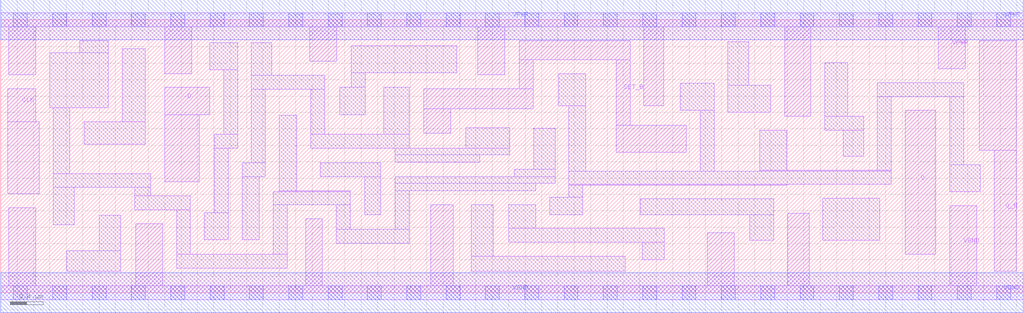
<source format=lef>
# Copyright 2020 The SkyWater PDK Authors
#
# Licensed under the Apache License, Version 2.0 (the "License");
# you may not use this file except in compliance with the License.
# You may obtain a copy of the License at
#
#     https://www.apache.org/licenses/LICENSE-2.0
#
# Unless required by applicable law or agreed to in writing, software
# distributed under the License is distributed on an "AS IS" BASIS,
# WITHOUT WARRANTIES OR CONDITIONS OF ANY KIND, either express or implied.
# See the License for the specific language governing permissions and
# limitations under the License.
#
# SPDX-License-Identifier: Apache-2.0

VERSION 5.7 ;
  NAMESCASESENSITIVE ON ;
  NOWIREEXTENSIONATPIN ON ;
  DIVIDERCHAR "/" ;
  BUSBITCHARS "[]" ;
UNITS
  DATABASE MICRONS 200 ;
END UNITS
MACRO sky130_fd_sc_lp__dfsbp_1
  CLASS CORE ;
  SOURCE USER ;
  FOREIGN sky130_fd_sc_lp__dfsbp_1 ;
  ORIGIN  0.000000  0.000000 ;
  SIZE  12.48000 BY  3.330000 ;
  SYMMETRY X Y R90 ;
  SITE unit ;
  PIN D
    ANTENNAGATEAREA  0.126000 ;
    DIRECTION INPUT ;
    USE SIGNAL ;
    PORT
      LAYER li1 ;
        RECT 2.000000 1.355000 2.425000 2.175000 ;
        RECT 2.000000 2.175000 2.550000 2.505000 ;
    END
  END D
  PIN Q
    ANTENNADIFFAREA  0.556500 ;
    DIRECTION OUTPUT ;
    USE SIGNAL ;
    PORT
      LAYER li1 ;
        RECT 11.040000 0.470000 11.410000 2.225000 ;
    END
  END Q
  PIN Q_N
    ANTENNADIFFAREA  0.556500 ;
    DIRECTION OUTPUT ;
    USE SIGNAL ;
    PORT
      LAYER li1 ;
        RECT 11.940000 1.740000 12.395000 3.075000 ;
        RECT 12.125000 0.260000 12.395000 1.740000 ;
    END
  END Q_N
  PIN SET_B
    ANTENNAGATEAREA  0.252000 ;
    DIRECTION INPUT ;
    USE SIGNAL ;
    PORT
      LAYER li1 ;
        RECT 5.165000 1.945000 5.495000 2.245000 ;
        RECT 5.165000 2.245000 6.500000 2.490000 ;
        RECT 6.330000 2.490000 6.500000 2.845000 ;
        RECT 6.330000 2.845000 7.680000 3.075000 ;
        RECT 7.510000 1.715000 8.365000 2.045000 ;
        RECT 7.510000 2.045000 7.680000 2.845000 ;
    END
  END SET_B
  PIN CLK
    ANTENNAGATEAREA  0.159000 ;
    DIRECTION INPUT ;
    USE CLOCK ;
    PORT
      LAYER li1 ;
        RECT 0.085000 1.210000 0.470000 2.090000 ;
        RECT 0.085000 2.090000 0.430000 2.490000 ;
    END
  END CLK
  PIN VGND
    DIRECTION INOUT ;
    USE GROUND ;
    PORT
      LAYER li1 ;
        RECT  0.000000 -0.085000 12.480000 0.085000 ;
        RECT  0.100000  0.085000  0.430000 1.040000 ;
        RECT  1.645000  0.085000  1.975000 0.845000 ;
        RECT  3.725000  0.085000  3.925000 0.905000 ;
        RECT  5.250000  0.085000  5.520000 1.075000 ;
        RECT  8.620000  0.085000  8.950000 0.730000 ;
        RECT  9.605000  0.085000  9.865000 0.970000 ;
        RECT 11.580000  0.085000 11.910000 1.060000 ;
      LAYER mcon ;
        RECT  0.155000 -0.085000  0.325000 0.085000 ;
        RECT  0.635000 -0.085000  0.805000 0.085000 ;
        RECT  1.115000 -0.085000  1.285000 0.085000 ;
        RECT  1.595000 -0.085000  1.765000 0.085000 ;
        RECT  2.075000 -0.085000  2.245000 0.085000 ;
        RECT  2.555000 -0.085000  2.725000 0.085000 ;
        RECT  3.035000 -0.085000  3.205000 0.085000 ;
        RECT  3.515000 -0.085000  3.685000 0.085000 ;
        RECT  3.995000 -0.085000  4.165000 0.085000 ;
        RECT  4.475000 -0.085000  4.645000 0.085000 ;
        RECT  4.955000 -0.085000  5.125000 0.085000 ;
        RECT  5.435000 -0.085000  5.605000 0.085000 ;
        RECT  5.915000 -0.085000  6.085000 0.085000 ;
        RECT  6.395000 -0.085000  6.565000 0.085000 ;
        RECT  6.875000 -0.085000  7.045000 0.085000 ;
        RECT  7.355000 -0.085000  7.525000 0.085000 ;
        RECT  7.835000 -0.085000  8.005000 0.085000 ;
        RECT  8.315000 -0.085000  8.485000 0.085000 ;
        RECT  8.795000 -0.085000  8.965000 0.085000 ;
        RECT  9.275000 -0.085000  9.445000 0.085000 ;
        RECT  9.755000 -0.085000  9.925000 0.085000 ;
        RECT 10.235000 -0.085000 10.405000 0.085000 ;
        RECT 10.715000 -0.085000 10.885000 0.085000 ;
        RECT 11.195000 -0.085000 11.365000 0.085000 ;
        RECT 11.675000 -0.085000 11.845000 0.085000 ;
        RECT 12.155000 -0.085000 12.325000 0.085000 ;
      LAYER met1 ;
        RECT 0.000000 -0.245000 12.480000 0.245000 ;
    END
  END VGND
  PIN VPWR
    DIRECTION INOUT ;
    USE POWER ;
    PORT
      LAYER li1 ;
        RECT  0.000000 3.245000 12.480000 3.415000 ;
        RECT  0.100000 2.660000  0.430000 3.245000 ;
        RECT  2.000000 2.675000  2.330000 3.245000 ;
        RECT  3.770000 2.825000  4.100000 3.245000 ;
        RECT  5.820000 2.660000  6.150000 3.245000 ;
        RECT  7.850000 2.280000  8.090000 3.245000 ;
        RECT  9.570000 2.155000  9.885000 3.245000 ;
        RECT 11.440000 2.735000 11.770000 3.245000 ;
      LAYER mcon ;
        RECT  0.155000 3.245000  0.325000 3.415000 ;
        RECT  0.635000 3.245000  0.805000 3.415000 ;
        RECT  1.115000 3.245000  1.285000 3.415000 ;
        RECT  1.595000 3.245000  1.765000 3.415000 ;
        RECT  2.075000 3.245000  2.245000 3.415000 ;
        RECT  2.555000 3.245000  2.725000 3.415000 ;
        RECT  3.035000 3.245000  3.205000 3.415000 ;
        RECT  3.515000 3.245000  3.685000 3.415000 ;
        RECT  3.995000 3.245000  4.165000 3.415000 ;
        RECT  4.475000 3.245000  4.645000 3.415000 ;
        RECT  4.955000 3.245000  5.125000 3.415000 ;
        RECT  5.435000 3.245000  5.605000 3.415000 ;
        RECT  5.915000 3.245000  6.085000 3.415000 ;
        RECT  6.395000 3.245000  6.565000 3.415000 ;
        RECT  6.875000 3.245000  7.045000 3.415000 ;
        RECT  7.355000 3.245000  7.525000 3.415000 ;
        RECT  7.835000 3.245000  8.005000 3.415000 ;
        RECT  8.315000 3.245000  8.485000 3.415000 ;
        RECT  8.795000 3.245000  8.965000 3.415000 ;
        RECT  9.275000 3.245000  9.445000 3.415000 ;
        RECT  9.755000 3.245000  9.925000 3.415000 ;
        RECT 10.235000 3.245000 10.405000 3.415000 ;
        RECT 10.715000 3.245000 10.885000 3.415000 ;
        RECT 11.195000 3.245000 11.365000 3.415000 ;
        RECT 11.675000 3.245000 11.845000 3.415000 ;
        RECT 12.155000 3.245000 12.325000 3.415000 ;
      LAYER met1 ;
        RECT 0.000000 3.085000 12.480000 3.575000 ;
    END
  END VPWR
  OBS
    LAYER li1 ;
      RECT  0.600000 2.260000  1.315000 2.930000 ;
      RECT  0.640000 0.830000  0.900000 1.285000 ;
      RECT  0.640000 1.285000  1.830000 1.455000 ;
      RECT  0.640000 1.455000  0.840000 2.260000 ;
      RECT  0.805000 0.265000  1.465000 0.515000 ;
      RECT  0.965000 2.930000  1.315000 3.075000 ;
      RECT  1.020000 1.815000  1.765000 2.090000 ;
      RECT  1.205000 0.515000  1.465000 0.945000 ;
      RECT  1.485000 2.090000  1.765000 2.975000 ;
      RECT  1.635000 1.015000  2.315000 1.185000 ;
      RECT  1.635000 1.185000  1.830000 1.285000 ;
      RECT  2.145000 0.300000  3.495000 0.470000 ;
      RECT  2.145000 0.470000  2.315000 1.015000 ;
      RECT  2.485000 0.645000  2.775000 0.975000 ;
      RECT  2.550000 2.720000  2.890000 3.050000 ;
      RECT  2.605000 0.975000  2.775000 1.765000 ;
      RECT  2.605000 1.765000  2.890000 1.935000 ;
      RECT  2.720000 1.935000  2.890000 2.720000 ;
      RECT  2.945000 0.645000  3.155000 1.415000 ;
      RECT  2.945000 1.415000  3.230000 1.585000 ;
      RECT  3.060000 1.585000  3.230000 2.485000 ;
      RECT  3.060000 2.485000  3.955000 2.655000 ;
      RECT  3.060000 2.655000  3.310000 3.050000 ;
      RECT  3.325000 0.470000  3.495000 1.075000 ;
      RECT  3.325000 1.075000  4.265000 1.235000 ;
      RECT  3.400000 1.235000  4.265000 1.245000 ;
      RECT  3.400000 1.245000  3.615000 2.165000 ;
      RECT  3.785000 1.765000  4.985000 1.935000 ;
      RECT  3.785000 1.935000  3.955000 2.485000 ;
      RECT  3.900000 1.415000  4.635000 1.585000 ;
      RECT  4.095000 0.605000  4.985000 0.775000 ;
      RECT  4.095000 0.775000  4.265000 1.075000 ;
      RECT  4.135000 2.175000  4.450000 2.505000 ;
      RECT  4.280000 2.505000  4.450000 2.685000 ;
      RECT  4.280000 2.685000  5.565000 3.015000 ;
      RECT  4.445000 0.955000  4.635000 1.415000 ;
      RECT  4.675000 1.935000  4.985000 2.505000 ;
      RECT  4.815000 0.775000  4.985000 1.245000 ;
      RECT  4.815000 1.245000  6.530000 1.335000 ;
      RECT  4.815000 1.335000  6.765000 1.415000 ;
      RECT  4.815000 1.595000  5.845000 1.685000 ;
      RECT  4.815000 1.685000  6.215000 1.765000 ;
      RECT  5.675000 1.765000  6.215000 2.015000 ;
      RECT  5.740000 0.265000  7.620000 0.445000 ;
      RECT  5.740000 0.445000  6.010000 1.075000 ;
      RECT  6.200000 0.615000  8.100000 0.785000 ;
      RECT  6.200000 0.785000  6.530000 1.075000 ;
      RECT  6.270000 1.415000  6.765000 1.505000 ;
      RECT  6.505000 1.505000  6.765000 2.005000 ;
      RECT  6.700000 0.955000  7.105000 1.165000 ;
      RECT  6.810000 2.285000  7.140000 2.675000 ;
      RECT  6.935000 1.165000  7.105000 1.315000 ;
      RECT  6.935000 1.315000  9.595000 1.325000 ;
      RECT  6.935000 1.325000 10.870000 1.485000 ;
      RECT  6.935000 1.485000  7.140000 2.285000 ;
      RECT  7.805000 0.955000  9.435000 1.145000 ;
      RECT  7.830000 0.400000  8.100000 0.615000 ;
      RECT  8.290000 2.225000  8.705000 2.555000 ;
      RECT  8.535000 1.485000  8.705000 2.225000 ;
      RECT  8.875000 2.200000  9.400000 2.530000 ;
      RECT  8.875000 2.530000  9.130000 3.065000 ;
      RECT  9.140000 0.640000  9.435000 0.955000 ;
      RECT  9.265000 1.485000 10.870000 1.495000 ;
      RECT  9.265000 1.495000  9.595000 1.985000 ;
      RECT 10.035000 0.640000 10.730000 1.155000 ;
      RECT 10.055000 1.985000 10.530000 2.155000 ;
      RECT 10.055000 2.155000 10.340000 2.805000 ;
      RECT 10.280000 1.665000 10.530000 1.985000 ;
      RECT 10.700000 1.495000 10.870000 2.395000 ;
      RECT 10.700000 2.395000 11.750000 2.565000 ;
      RECT 11.580000 1.230000 11.955000 1.560000 ;
      RECT 11.580000 1.560000 11.750000 2.395000 ;
  END
END sky130_fd_sc_lp__dfsbp_1

</source>
